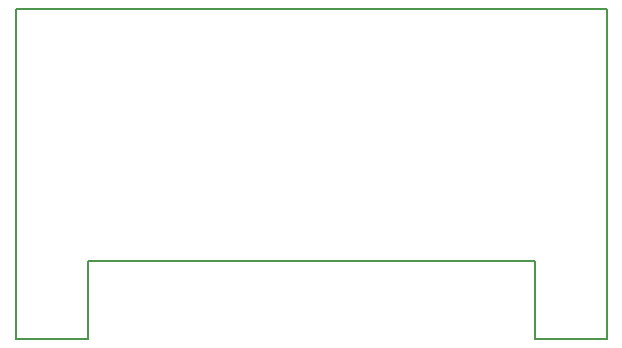
<source format=gbr>
%TF.GenerationSoftware,KiCad,Pcbnew,5.0.2-bee76a0~70~ubuntu18.04.1*%
%TF.CreationDate,2018-12-09T23:27:29+01:00*%
%TF.ProjectId,Protoboard_power_supply,50726f74-6f62-46f6-9172-645f706f7765,rev?*%
%TF.SameCoordinates,Original*%
%TF.FileFunction,Profile,NP*%
%FSLAX46Y46*%
G04 Gerber Fmt 4.6, Leading zero omitted, Abs format (unit mm)*
G04 Created by KiCad (PCBNEW 5.0.2-bee76a0~70~ubuntu18.04.1) date dom 09 dic 2018 23:27:29 CET*
%MOMM*%
%LPD*%
G01*
G04 APERTURE LIST*
%ADD10C,0.127000*%
G04 APERTURE END LIST*
D10*
X148336000Y-114300000D02*
X148336000Y-107696000D01*
X192278000Y-114300000D02*
X192278000Y-86360000D01*
X186182000Y-107696000D02*
X186182000Y-114300000D01*
X142240000Y-114300000D02*
X142240000Y-86360000D01*
X148336000Y-114300000D02*
X142240000Y-114300000D01*
X186182000Y-107696000D02*
X148336000Y-107696000D01*
X192278000Y-114300000D02*
X186182000Y-114300000D01*
X142240000Y-86360000D02*
X192278000Y-86360000D01*
M02*

</source>
